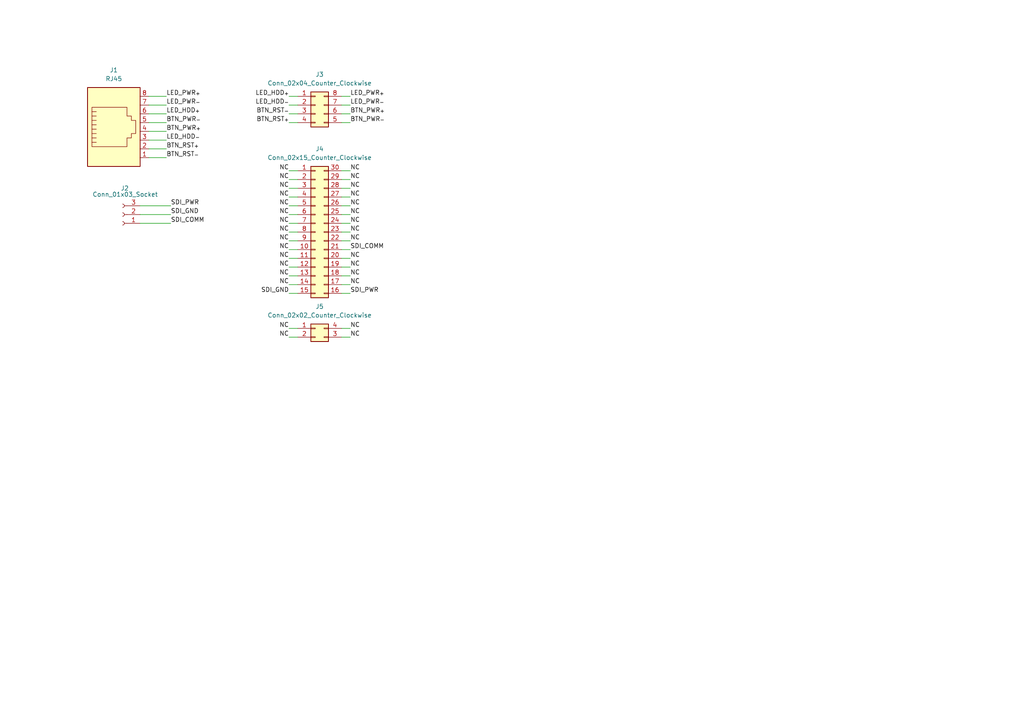
<source format=kicad_sch>
(kicad_sch (version 20250114) (generator "eeschema") (generator_version "9.0")
  (paper "A4")
  (lib_symbols
    (symbol "Connector:Conn_01x03_Socket" (pin_names (offset 1.016) (hide yes))
      (property "Reference" "J" (at 0 5.08 0))
      (property "Value" "Conn_01x03_Socket" (at 0 -5.08 0))
      (symbol "Conn_01x03_Socket_1_1"
        (polyline (pts (xy -1.27 2.54) (xy -0.508 2.54)) (stroke (width 0.1524)))
        (polyline (pts (xy -1.27 0) (xy -0.508 0)) (stroke (width 0.1524)))
        (polyline (pts (xy -1.27 -2.54) (xy -0.508 -2.54)) (stroke (width 0.1524)))
        (arc (start 0 2.032) (mid -0.5058 2.54) (end 0 3.048) (stroke (width 0.1524)))
        (arc (start 0 -0.508) (mid -0.5058 0) (end 0 0.508) (stroke (width 0.1524)))
        (arc (start 0 -3.048) (mid -0.5058 -2.54) (end 0 -2.032) (stroke (width 0.1524)))
        (pin passive line (at -5.08 2.54 0) (length 3.81) (name "Pin_1") (number "1"))
        (pin passive line (at -5.08 0 0) (length 3.81) (name "Pin_2") (number "2"))
        (pin passive line (at -5.08 -2.54 0) (length 3.81) (name "Pin_3") (number "3"))
      )
    )
    (symbol "Connector:RJ45" (pin_names (offset 1.016))
      (property "Reference" "J" (at -5.08 13.97 0))
      (property "Value" "RJ45" (at 2.54 13.97 0))
      (symbol "RJ45_0_1"
        (polyline (pts (xy -6.35 1.905) (xy -5.08 1.905) (xy -5.08 1.905)))
        (polyline (pts (xy -6.35 0.635) (xy -5.08 0.635) (xy -5.08 0.635)))
        (polyline (pts (xy -6.35 -0.635) (xy -5.08 -0.635) (xy -5.08 -0.635)))
        (polyline (pts (xy -6.35 -1.905) (xy -5.08 -1.905) (xy -5.08 -1.905)))
        (polyline (pts (xy -6.35 -3.175) (xy -5.08 -3.175) (xy -5.08 -3.175)))
        (polyline (pts (xy -6.35 -4.445) (xy -6.35 6.985) (xy 3.81 6.985) (xy 3.81 4.445) (xy 5.08 4.445) (xy 5.08 3.175) (xy 6.35 3.175) (xy 6.35 -0.635) (xy 5.08 -0.635) (xy 5.08 -1.905) (xy 3.81 -1.905) (xy 3.81 -4.445) (xy -6.35 -4.445) (xy -6.35 -4.445)))
        (polyline (pts (xy -5.08 5.715) (xy -6.35 5.715)))
        (polyline (pts (xy -5.08 4.445) (xy -6.35 4.445)))
        (polyline (pts (xy -5.08 3.175) (xy -6.35 3.175) (xy -6.35 3.175)))
        (rectangle (start 7.62 12.7) (end -7.62 -10.16) (stroke (width 0.254)) (fill (type background)))
      )
      (symbol "RJ45_1_1"
        (pin passive line (at 10.16 10.16 180) (length 2.54) (name "~") (number "8"))
        (pin passive line (at 10.16 7.62 180) (length 2.54) (name "~") (number "7"))
        (pin passive line (at 10.16 5.08 180) (length 2.54) (name "~") (number "6"))
        (pin passive line (at 10.16 2.54 180) (length 2.54) (name "~") (number "5"))
        (pin passive line (at 10.16 0 180) (length 2.54) (name "~") (number "4"))
        (pin passive line (at 10.16 -2.54 180) (length 2.54) (name "~") (number "3"))
        (pin passive line (at 10.16 -5.08 180) (length 2.54) (name "~") (number "2"))
        (pin passive line (at 10.16 -7.62 180) (length 2.54) (name "~") (number "1"))
      )
    )
    (symbol "Connector_Generic:Conn_02x02_Counter_Clockwise" (pin_names (offset 1.016) (hide yes))
      (property "Reference" "J" (at 1.27 2.54 0))
      (property "Value" "Conn_02x02_Counter_Clockwise" (at 1.27 -5.08 0))
      (symbol "Conn_02x02_Counter_Clockwise_1_1"
        (rectangle (start -1.27 1.27) (end 3.81 -3.81) (stroke (width 0.254)) (fill (type background)))
        (rectangle (start -1.27 0.127) (end 0 -0.127) (stroke (width 0.1524)))
        (rectangle (start -1.27 -2.413) (end 0 -2.667) (stroke (width 0.1524)))
        (rectangle (start 3.81 0.127) (end 2.54 -0.127) (stroke (width 0.1524)))
        (rectangle (start 3.81 -2.413) (end 2.54 -2.667) (stroke (width 0.1524)))
        (pin passive line (at -5.08 0 0) (length 3.81) (name "Pin_1") (number "1"))
        (pin passive line (at -5.08 -2.54 0) (length 3.81) (name "Pin_2") (number "2"))
        (pin passive line (at 7.62 0 180) (length 3.81) (name "Pin_4") (number "4"))
        (pin passive line (at 7.62 -2.54 180) (length 3.81) (name "Pin_3") (number "3"))
      )
    )
    (symbol "Connector_Generic:Conn_02x04_Counter_Clockwise" (pin_names (offset 1.016) (hide yes))
      (property "Reference" "J" (at 1.27 5.08 0))
      (property "Value" "Conn_02x04_Counter_Clockwise" (at 1.27 -7.62 0))
      (symbol "Conn_02x04_Counter_Clockwise_1_1"
        (rectangle (start -1.27 3.81) (end 3.81 -6.35) (stroke (width 0.254)) (fill (type background)))
        (rectangle (start -1.27 2.667) (end 0 2.413) (stroke (width 0.1524)))
        (rectangle (start -1.27 0.127) (end 0 -0.127) (stroke (width 0.1524)))
        (rectangle (start -1.27 -2.413) (end 0 -2.667) (stroke (width 0.1524)))
        (rectangle (start -1.27 -4.953) (end 0 -5.207) (stroke (width 0.1524)))
        (rectangle (start 3.81 2.667) (end 2.54 2.413) (stroke (width 0.1524)))
        (rectangle (start 3.81 0.127) (end 2.54 -0.127) (stroke (width 0.1524)))
        (rectangle (start 3.81 -2.413) (end 2.54 -2.667) (stroke (width 0.1524)))
        (rectangle (start 3.81 -4.953) (end 2.54 -5.207) (stroke (width 0.1524)))
        (pin passive line (at -5.08 2.54 0) (length 3.81) (name "Pin_1") (number "1"))
        (pin passive line (at -5.08 0 0) (length 3.81) (name "Pin_2") (number "2"))
        (pin passive line (at -5.08 -2.54 0) (length 3.81) (name "Pin_3") (number "3"))
        (pin passive line (at -5.08 -5.08 0) (length 3.81) (name "Pin_4") (number "4"))
        (pin passive line (at 7.62 2.54 180) (length 3.81) (name "Pin_8") (number "8"))
        (pin passive line (at 7.62 0 180) (length 3.81) (name "Pin_7") (number "7"))
        (pin passive line (at 7.62 -2.54 180) (length 3.81) (name "Pin_6") (number "6"))
        (pin passive line (at 7.62 -5.08 180) (length 3.81) (name "Pin_5") (number "5"))
      )
    )
    (symbol "Connector_Generic:Conn_02x15_Counter_Clockwise" (pin_names (offset 1.016) (hide yes))
      (property "Reference" "J" (at 1.27 20.32 0))
      (property "Value" "Conn_02x15_Counter_Clockwise" (at 1.27 -20.32 0))
      (symbol "Conn_02x15_Counter_Clockwise_1_1"
        (rectangle (start -1.27 19.05) (end 3.81 -19.05) (stroke (width 0.254)) (fill (type background)))
        (rectangle (start -1.27 17.907) (end 0 17.653) (stroke (width 0.1524)))
        (rectangle (start -1.27 15.367) (end 0 15.113) (stroke (width 0.1524)))
        (rectangle (start -1.27 12.827) (end 0 12.573) (stroke (width 0.1524)))
        (rectangle (start -1.27 10.287) (end 0 10.033) (stroke (width 0.1524)))
        (rectangle (start -1.27 7.747) (end 0 7.493) (stroke (width 0.1524)))
        (rectangle (start -1.27 5.207) (end 0 4.953) (stroke (width 0.1524)))
        (rectangle (start -1.27 2.667) (end 0 2.413) (stroke (width 0.1524)))
        (rectangle (start -1.27 0.127) (end 0 -0.127) (stroke (width 0.1524)))
        (rectangle (start -1.27 -2.413) (end 0 -2.667) (stroke (width 0.1524)))
        (rectangle (start -1.27 -4.953) (end 0 -5.207) (stroke (width 0.1524)))
        (rectangle (start -1.27 -7.493) (end 0 -7.747) (stroke (width 0.1524)))
        (rectangle (start -1.27 -10.033) (end 0 -10.287) (stroke (width 0.1524)))
        (rectangle (start -1.27 -12.573) (end 0 -12.827) (stroke (width 0.1524)))
        (rectangle (start -1.27 -15.113) (end 0 -15.367) (stroke (width 0.1524)))
        (rectangle (start -1.27 -17.653) (end 0 -17.907) (stroke (width 0.1524)))
        (rectangle (start 3.81 17.907) (end 2.54 17.653) (stroke (width 0.1524)))
        (rectangle (start 3.81 15.367) (end 2.54 15.113) (stroke (width 0.1524)))
        (rectangle (start 3.81 12.827) (end 2.54 12.573) (stroke (width 0.1524)))
        (rectangle (start 3.81 10.287) (end 2.54 10.033) (stroke (width 0.1524)))
        (rectangle (start 3.81 7.747) (end 2.54 7.493) (stroke (width 0.1524)))
        (rectangle (start 3.81 5.207) (end 2.54 4.953) (stroke (width 0.1524)))
        (rectangle (start 3.81 2.667) (end 2.54 2.413) (stroke (width 0.1524)))
        (rectangle (start 3.81 0.127) (end 2.54 -0.127) (stroke (width 0.1524)))
        (rectangle (start 3.81 -2.413) (end 2.54 -2.667) (stroke (width 0.1524)))
        (rectangle (start 3.81 -4.953) (end 2.54 -5.207) (stroke (width 0.1524)))
        (rectangle (start 3.81 -7.493) (end 2.54 -7.747) (stroke (width 0.1524)))
        (rectangle (start 3.81 -10.033) (end 2.54 -10.287) (stroke (width 0.1524)))
        (rectangle (start 3.81 -12.573) (end 2.54 -12.827) (stroke (width 0.1524)))
        (rectangle (start 3.81 -15.113) (end 2.54 -15.367) (stroke (width 0.1524)))
        (rectangle (start 3.81 -17.653) (end 2.54 -17.907) (stroke (width 0.1524)))
        (pin passive line (at -5.08 17.78 0) (length 3.81) (name "Pin_1") (number "1"))
        (pin passive line (at -5.08 15.24 0) (length 3.81) (name "Pin_2") (number "2"))
        (pin passive line (at -5.08 12.7 0) (length 3.81) (name "Pin_3") (number "3"))
        (pin passive line (at -5.08 10.16 0) (length 3.81) (name "Pin_4") (number "4"))
        (pin passive line (at -5.08 7.62 0) (length 3.81) (name "Pin_5") (number "5"))
        (pin passive line (at -5.08 5.08 0) (length 3.81) (name "Pin_6") (number "6"))
        (pin passive line (at -5.08 2.54 0) (length 3.81) (name "Pin_7") (number "7"))
        (pin passive line (at -5.08 0 0) (length 3.81) (name "Pin_8") (number "8"))
        (pin passive line (at -5.08 -2.54 0) (length 3.81) (name "Pin_9") (number "9"))
        (pin passive line (at -5.08 -5.08 0) (length 3.81) (name "Pin_10") (number "10"))
        (pin passive line (at -5.08 -7.62 0) (length 3.81) (name "Pin_11") (number "11"))
        (pin passive line (at -5.08 -10.16 0) (length 3.81) (name "Pin_12") (number "12"))
        (pin passive line (at -5.08 -12.7 0) (length 3.81) (name "Pin_13") (number "13"))
        (pin passive line (at -5.08 -15.24 0) (length 3.81) (name "Pin_14") (number "14"))
        (pin passive line (at -5.08 -17.78 0) (length 3.81) (name "Pin_15") (number "15"))
        (pin passive line (at 7.62 17.78 180) (length 3.81) (name "Pin_30") (number "30"))
        (pin passive line (at 7.62 15.24 180) (length 3.81) (name "Pin_29") (number "29"))
        (pin passive line (at 7.62 12.7 180) (length 3.81) (name "Pin_28") (number "28"))
        (pin passive line (at 7.62 10.16 180) (length 3.81) (name "Pin_27") (number "27"))
        (pin passive line (at 7.62 7.62 180) (length 3.81) (name "Pin_26") (number "26"))
        (pin passive line (at 7.62 5.08 180) (length 3.81) (name "Pin_25") (number "25"))
        (pin passive line (at 7.62 2.54 180) (length 3.81) (name "Pin_24") (number "24"))
        (pin passive line (at 7.62 0 180) (length 3.81) (name "Pin_23") (number "23"))
        (pin passive line (at 7.62 -2.54 180) (length 3.81) (name "Pin_22") (number "22"))
        (pin passive line (at 7.62 -5.08 180) (length 3.81) (name "Pin_21") (number "21"))
        (pin passive line (at 7.62 -7.62 180) (length 3.81) (name "Pin_20") (number "20"))
        (pin passive line (at 7.62 -10.16 180) (length 3.81) (name "Pin_19") (number "19"))
        (pin passive line (at 7.62 -12.7 180) (length 3.81) (name "Pin_18") (number "18"))
        (pin passive line (at 7.62 -15.24 180) (length 3.81) (name "Pin_17") (number "17"))
        (pin passive line (at 7.62 -17.78 180) (length 3.81) (name "Pin_16") (number "16"))
      )
    )
  )
  (wire (pts (xy 43.18 45.72) (xy 48.26 45.72)))
  (wire (pts (xy 101.6 62.23) (xy 99.06 62.23)))
  (wire (pts (xy 83.82 33.02) (xy 86.36 33.02)))
  (wire (pts (xy 83.82 80.01) (xy 86.36 80.01)))
  (wire (pts (xy 101.6 77.47) (xy 99.06 77.47)))
  (wire (pts (xy 99.06 33.02) (xy 101.6 33.02)))
  (wire (pts (xy 83.82 35.56) (xy 86.36 35.56)))
  (wire (pts (xy 83.82 59.69) (xy 86.36 59.69)))
  (wire (pts (xy 83.82 97.79) (xy 86.36 97.79)))
  (wire (pts (xy 83.82 72.39) (xy 86.36 72.39)))
  (wire (pts (xy 101.6 59.69) (xy 99.06 59.69)))
  (wire (pts (xy 43.18 30.48) (xy 48.26 30.48)))
  (wire (pts (xy 99.06 72.39) (xy 101.6 72.39)))
  (wire (pts (xy 101.6 64.77) (xy 99.06 64.77)))
  (wire (pts (xy 83.82 64.77) (xy 86.36 64.77)))
  (wire (pts (xy 101.6 67.31) (xy 99.06 67.31)))
  (wire (pts (xy 43.18 27.94) (xy 48.26 27.94)))
  (wire (pts (xy 83.82 67.31) (xy 86.36 67.31)))
  (wire (pts (xy 43.18 35.56) (xy 48.26 35.56)))
  (wire (pts (xy 40.64 62.23) (xy 49.53 62.23)))
  (wire (pts (xy 83.82 69.85) (xy 86.36 69.85)))
  (wire (pts (xy 83.82 52.07) (xy 86.36 52.07)))
  (wire (pts (xy 101.6 49.53) (xy 99.06 49.53)))
  (wire (pts (xy 83.82 57.15) (xy 86.36 57.15)))
  (wire (pts (xy 83.82 95.25) (xy 86.36 95.25)))
  (wire (pts (xy 101.6 74.93) (xy 99.06 74.93)))
  (wire (pts (xy 83.82 27.94) (xy 86.36 27.94)))
  (wire (pts (xy 83.82 77.47) (xy 86.36 77.47)))
  (wire (pts (xy 101.6 57.15) (xy 99.06 57.15)))
  (wire (pts (xy 99.06 30.48) (xy 101.6 30.48)))
  (wire (pts (xy 99.06 27.94) (xy 101.6 27.94)))
  (wire (pts (xy 83.82 74.93) (xy 86.36 74.93)))
  (wire (pts (xy 40.64 59.69) (xy 49.53 59.69)))
  (wire (pts (xy 99.06 35.56) (xy 101.6 35.56)))
  (wire (pts (xy 43.18 38.1) (xy 48.26 38.1)))
  (wire (pts (xy 101.6 69.85) (xy 99.06 69.85)))
  (wire (pts (xy 101.6 52.07) (xy 99.06 52.07)))
  (wire (pts (xy 43.18 43.18) (xy 48.26 43.18)))
  (wire (pts (xy 99.06 97.79) (xy 101.6 97.79)))
  (wire (pts (xy 99.06 95.25) (xy 101.6 95.25)))
  (wire (pts (xy 83.82 62.23) (xy 86.36 62.23)))
  (wire (pts (xy 43.18 33.02) (xy 48.26 33.02)))
  (wire (pts (xy 83.82 85.09) (xy 86.36 85.09)))
  (wire (pts (xy 40.64 64.77) (xy 49.53 64.77)))
  (wire (pts (xy 83.82 54.61) (xy 86.36 54.61)))
  (wire (pts (xy 101.6 80.01) (xy 99.06 80.01)))
  (wire (pts (xy 101.6 54.61) (xy 99.06 54.61)))
  (wire (pts (xy 83.82 82.55) (xy 86.36 82.55)))
  (wire (pts (xy 101.6 82.55) (xy 99.06 82.55)))
  (wire (pts (xy 43.18 40.64) (xy 48.26 40.64)))
  (wire (pts (xy 83.82 30.48) (xy 86.36 30.48)))
  (wire (pts (xy 99.06 85.09) (xy 101.6 85.09)))
  (wire (pts (xy 83.82 49.53) (xy 86.36 49.53)))
  (label "LED_PWR_{-}" (at 101.6 30.48 0))
  (label "NC" (at 83.82 49.53 180))
  (label "SDI_GND" (at 83.82 85.09 180))
  (label "NC" (at 83.82 54.61 180))
  (label "NC" (at 83.82 80.01 180))
  (label "LED_PWR_{-}" (at 48.26 30.48 0))
  (label "NC" (at 101.6 64.77 0))
  (label "NC" (at 101.6 97.79 0))
  (label "BTN_RST_{-}" (at 48.26 45.72 0))
  (label "LED_PWR_{+}" (at 48.26 27.94 0))
  (label "NC" (at 101.6 49.53 0))
  (label "LED_PWR_{+}" (at 101.6 27.94 0))
  (label "NC" (at 83.82 74.93 180))
  (label "NC" (at 101.6 74.93 0))
  (label "NC" (at 101.6 82.55 0))
  (label "NC" (at 83.82 77.47 180))
  (label "NC" (at 101.6 67.31 0))
  (label "NC" (at 83.82 64.77 180))
  (label "BTN_PWR_{+}" (at 101.6 33.02 0))
  (label "NC" (at 83.82 82.55 180))
  (label "LED_HDD_{-}" (at 48.26 40.64 0))
  (label "NC" (at 83.82 69.85 180))
  (label "NC" (at 101.6 57.15 0))
  (label "SDI_GND" (at 49.53 62.23 0))
  (label "NC" (at 101.6 77.47 0))
  (label "BTN_RST_{+}" (at 48.26 43.18 0))
  (label "NC" (at 101.6 52.07 0))
  (label "NC" (at 101.6 59.69 0))
  (label "LED_HDD_{+}" (at 48.26 33.02 0))
  (label "SDI_PWR" (at 101.6 85.09 0))
  (label "NC" (at 83.82 97.79 180))
  (label "NC" (at 83.82 62.23 180))
  (label "NC" (at 101.6 69.85 0))
  (label "SDI_COMM" (at 49.53 64.77 0))
  (label "NC" (at 83.82 67.31 180))
  (label "BTN_RST_{-}" (at 83.82 33.02 180))
  (label "BTN_RST_{+}" (at 83.82 35.56 180))
  (label "NC" (at 83.82 72.39 180))
  (label "SDI_COMM" (at 101.6 72.39 0))
  (label "NC" (at 83.82 52.07 180))
  (label "SDI_PWR" (at 49.53 59.69 0))
  (label "BTN_PWR_{-}" (at 48.26 35.56 0))
  (label "BTN_PWR_{+}" (at 48.26 38.1 0))
  (label "BTN_PWR_{-}" (at 101.6 35.56 0))
  (label "NC" (at 83.82 57.15 180))
  (label "LED_HDD_{-}" (at 83.82 30.48 180))
  (label "NC" (at 83.82 95.25 180))
  (label "LED_HDD_{+}" (at 83.82 27.94 180))
  (label "NC" (at 101.6 62.23 0))
  (label "NC" (at 101.6 54.61 0))
  (label "NC" (at 101.6 80.01 0))
  (label "NC" (at 83.82 59.69 180))
  (label "NC" (at 101.6 95.25 0))
  (symbol (lib_id "Connector_Generic:Conn_02x02_Counter_Clockwise") (at 91.44 95.25 0) (unit 1)
    (property "Reference" "J5" (at 92.71 88.9 0))
    (property "Value" "Conn_02x02_Counter_Clockwise" (at 92.71 91.44 0))
    (property "Description" "Generic connector, double row, 02x02, counter clockwise pin numbering scheme (similar to DIP package numbering), script generated (kicad-library-utils/schlib/autogen/connector/)" (effects (hide yes)))
  )
  (symbol (lib_id "Connector:RJ45") (at 33.02 38.1 0) (unit 1)
    (property "Reference" "J1" (at 33.02 20.32 0))
    (property "Value" "RJ45" (at 33.02 22.86 0))
    (property "Description" "RJ connector, 8P8C (8 positions 8 connected)" (effects (hide yes)))
  )
  (symbol (lib_id "Connector:Conn_01x03_Socket") (at 35.56 62.23 180) (unit 1)
    (property "Reference" "J2" (at 36.195 54.61 0))
    (property "Value" "Conn_01x03_Socket" (at 36.322 56.388 0))
    (property "Description" "Generic connector, single row, 01x03, script generated" (effects (hide yes)))
  )
  (symbol (lib_id "Connector_Generic:Conn_02x15_Counter_Clockwise") (at 91.44 67.31 0) (unit 1)
    (property "Reference" "J4" (at 92.71 43.18 0))
    (property "Value" "Conn_02x15_Counter_Clockwise" (at 92.71 45.72 0))
    (property "Description" "Generic connector, double row, 02x15, counter clockwise pin numbering scheme (similar to DIP package numbering), script generated (kicad-library-utils/schlib/autogen/connector/)" (effects (hide yes)))
  )
  (symbol (lib_id "Connector_Generic:Conn_02x04_Counter_Clockwise") (at 91.44 30.48 0) (unit 1)
    (property "Reference" "J3" (at 92.71 21.59 0))
    (property "Value" "Conn_02x04_Counter_Clockwise" (at 92.71 24.13 0))
    (property "Description" "Generic connector, double row, 02x04, counter clockwise pin numbering scheme (similar to DIP package numbering), script generated (kicad-library-utils/schlib/autogen/connector/)" (effects (hide yes)))
  )
)
</source>
